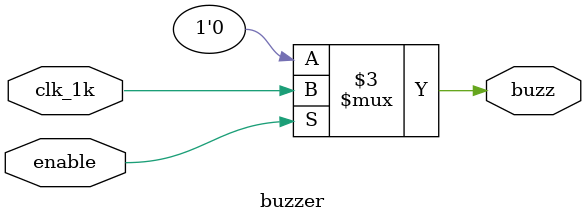
<source format=v>
module buzzer(input clk_1k, input enable, output reg buzz);
    always@(clk_1k or enable) begin
        if (enable) begin
            buzz = clk_1k;
        end
        else begin
            buzz = 0;
        end
    end
endmodule
</source>
